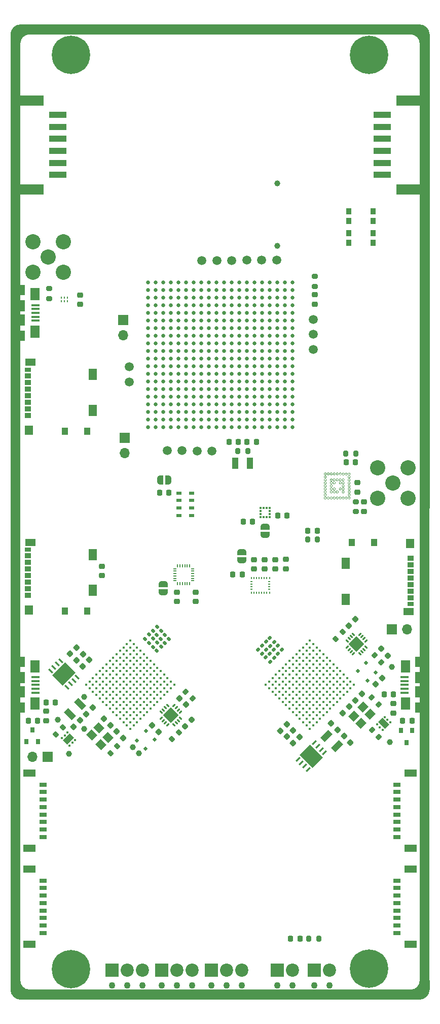
<source format=gbr>
%TF.GenerationSoftware,KiCad,Pcbnew,6.0.2*%
%TF.CreationDate,2022-02-16T12:43:48-06:00*%
%TF.ProjectId,FCB,4643422e-6b69-4636-9164-5f7063625858,A*%
%TF.SameCoordinates,Original*%
%TF.FileFunction,Soldermask,Top*%
%TF.FilePolarity,Negative*%
%FSLAX46Y46*%
G04 Gerber Fmt 4.6, Leading zero omitted, Abs format (unit mm)*
G04 Created by KiCad (PCBNEW 6.0.2) date 2022-02-16 12:43:48*
%MOMM*%
%LPD*%
G01*
G04 APERTURE LIST*
G04 Aperture macros list*
%AMRoundRect*
0 Rectangle with rounded corners*
0 $1 Rounding radius*
0 $2 $3 $4 $5 $6 $7 $8 $9 X,Y pos of 4 corners*
0 Add a 4 corners polygon primitive as box body*
4,1,4,$2,$3,$4,$5,$6,$7,$8,$9,$2,$3,0*
0 Add four circle primitives for the rounded corners*
1,1,$1+$1,$2,$3*
1,1,$1+$1,$4,$5*
1,1,$1+$1,$6,$7*
1,1,$1+$1,$8,$9*
0 Add four rect primitives between the rounded corners*
20,1,$1+$1,$2,$3,$4,$5,0*
20,1,$1+$1,$4,$5,$6,$7,0*
20,1,$1+$1,$6,$7,$8,$9,0*
20,1,$1+$1,$8,$9,$2,$3,0*%
%AMRotRect*
0 Rectangle, with rotation*
0 The origin of the aperture is its center*
0 $1 length*
0 $2 width*
0 $3 Rotation angle, in degrees counterclockwise*
0 Add horizontal line*
21,1,$1,$2,0,0,$3*%
%AMFreePoly0*
4,1,22,0.500000,-0.750000,0.000000,-0.750000,0.000000,-0.745033,-0.079941,-0.743568,-0.215256,-0.701293,-0.333266,-0.622738,-0.424486,-0.514219,-0.481581,-0.384460,-0.499164,-0.250000,-0.500000,-0.250000,-0.500000,0.250000,-0.499164,0.250000,-0.499963,0.256109,-0.478152,0.396186,-0.417904,0.524511,-0.324060,0.630769,-0.204165,0.706417,-0.067858,0.745374,0.000000,0.744959,0.000000,0.750000,
0.500000,0.750000,0.500000,-0.750000,0.500000,-0.750000,$1*%
%AMFreePoly1*
4,1,20,0.000000,0.744959,0.073905,0.744508,0.209726,0.703889,0.328688,0.626782,0.421226,0.519385,0.479903,0.390333,0.500000,0.250000,0.500000,-0.250000,0.499851,-0.262216,0.476331,-0.402017,0.414519,-0.529596,0.319384,-0.634700,0.198574,-0.708877,0.061801,-0.746166,0.000000,-0.745033,0.000000,-0.750000,-0.500000,-0.750000,-0.500000,0.750000,0.000000,0.750000,0.000000,0.744959,
0.000000,0.744959,$1*%
G04 Aperture macros list end*
%ADD10C,0.150000*%
%ADD11C,0.100000*%
%ADD12R,2.150000X1.300000*%
%ADD13R,1.200000X0.800000*%
%ADD14C,1.000000*%
%ADD15C,1.500000*%
%ADD16R,0.900000X1.000000*%
%ADD17O,1.700000X1.700000*%
%ADD18R,1.700000X1.700000*%
%ADD19RoundRect,0.326200X0.000000X0.000000X0.000000X0.000000X0.000000X0.000000X0.000000X0.000000X0*%
%ADD20RoundRect,0.326200X0.000000X0.000000X0.000000X0.000000X0.000000X0.000000X0.000000X0.000000X0*%
%ADD21RoundRect,0.147500X-0.017678X0.226274X-0.226274X0.017678X0.017678X-0.226274X0.226274X-0.017678X0*%
%ADD22RoundRect,0.135000X-0.226274X-0.035355X-0.035355X-0.226274X0.226274X0.035355X0.035355X0.226274X0*%
%ADD23RoundRect,0.135000X-0.035355X0.226274X-0.226274X0.035355X0.035355X-0.226274X0.226274X-0.035355X0*%
%ADD24RoundRect,0.147500X-0.226274X-0.017678X-0.017678X-0.226274X0.226274X0.017678X0.017678X0.226274X0*%
%ADD25R,1.100000X0.850000*%
%ADD26R,1.100000X0.750000*%
%ADD27R,1.800000X1.170000*%
%ADD28R,1.350000X1.900000*%
%ADD29R,1.000000X1.200000*%
%ADD30R,1.350000X1.550000*%
%ADD31RotRect,0.500000X0.500000X225.000000*%
%ADD32RoundRect,0.200000X-0.200000X-0.275000X0.200000X-0.275000X0.200000X0.275000X-0.200000X0.275000X0*%
%ADD33RoundRect,0.218750X-0.218750X-0.256250X0.218750X-0.256250X0.218750X0.256250X-0.218750X0.256250X0*%
%ADD34R,2.200000X2.200000*%
%ADD35C,1.100000*%
%ADD36C,2.200000*%
%ADD37RoundRect,0.200000X0.335876X0.053033X0.053033X0.335876X-0.335876X-0.053033X-0.053033X-0.335876X0*%
%ADD38RoundRect,0.200000X-0.053033X0.335876X-0.335876X0.053033X0.053033X-0.335876X0.335876X-0.053033X0*%
%ADD39RoundRect,0.218750X0.026517X-0.335876X0.335876X-0.026517X-0.026517X0.335876X-0.335876X0.026517X0*%
%ADD40RoundRect,0.225000X-0.250000X0.225000X-0.250000X-0.225000X0.250000X-0.225000X0.250000X0.225000X0*%
%ADD41RoundRect,0.225000X-0.335876X-0.017678X-0.017678X-0.335876X0.335876X0.017678X0.017678X0.335876X0*%
%ADD42RoundRect,0.225000X0.250000X-0.225000X0.250000X0.225000X-0.250000X0.225000X-0.250000X-0.225000X0*%
%ADD43RoundRect,0.225000X-0.225000X-0.250000X0.225000X-0.250000X0.225000X0.250000X-0.225000X0.250000X0*%
%ADD44RoundRect,0.225000X0.225000X0.250000X-0.225000X0.250000X-0.225000X-0.250000X0.225000X-0.250000X0*%
%ADD45RoundRect,0.062500X0.150260X0.238649X-0.238649X-0.150260X-0.150260X-0.238649X0.238649X0.150260X0*%
%ADD46RoundRect,0.062500X-0.150260X0.238649X-0.238649X0.150260X0.150260X-0.238649X0.238649X-0.150260X0*%
%ADD47RotRect,1.900000X1.900000X225.000000*%
%ADD48RoundRect,0.200000X0.053033X-0.335876X0.335876X-0.053033X-0.053033X0.335876X-0.335876X0.053033X0*%
%ADD49RoundRect,0.218750X0.256250X-0.218750X0.256250X0.218750X-0.256250X0.218750X-0.256250X-0.218750X0*%
%ADD50RotRect,1.000000X1.800000X45.000000*%
%ADD51RoundRect,0.225000X0.335876X0.017678X0.017678X0.335876X-0.335876X-0.017678X-0.017678X-0.335876X0*%
%ADD52RotRect,1.400000X1.200000X315.000000*%
%ADD53RotRect,0.500000X0.500000X135.000000*%
%ADD54C,2.540000*%
%ADD55R,3.000000X1.000000*%
%ADD56R,4.000000X1.800000*%
%ADD57RotRect,1.000000X1.800000X135.000000*%
%ADD58RotRect,1.400000X1.200000X45.000000*%
%ADD59R,1.100000X1.900000*%
%ADD60RoundRect,0.093750X0.141421X0.008839X0.008839X0.141421X-0.141421X-0.008839X-0.008839X-0.141421X0*%
%ADD61RotRect,1.000000X1.600000X135.000000*%
%ADD62RotRect,2.400000X3.100000X315.000000*%
%ADD63RotRect,0.350000X0.850000X45.000000*%
%ADD64C,0.400000*%
%ADD65RoundRect,0.093750X-0.008839X0.141421X-0.141421X0.008839X0.008839X-0.141421X0.141421X-0.008839X0*%
%ADD66RotRect,1.000000X1.600000X225.000000*%
%ADD67RotRect,2.400000X3.100000X45.000000*%
%ADD68RotRect,0.350000X0.850000X135.000000*%
%ADD69RoundRect,0.062500X-0.238649X0.150260X0.150260X-0.238649X0.238649X-0.150260X-0.150260X0.238649X0*%
%ADD70RoundRect,0.062500X-0.238649X-0.150260X-0.150260X-0.238649X0.238649X0.150260X0.150260X0.238649X0*%
%ADD71RotRect,1.900000X1.900000X315.000000*%
%ADD72RoundRect,0.050000X-0.225000X-0.050000X0.225000X-0.050000X0.225000X0.050000X-0.225000X0.050000X0*%
%ADD73RoundRect,0.050000X0.050000X-0.225000X0.050000X0.225000X-0.050000X0.225000X-0.050000X-0.225000X0*%
%ADD74RoundRect,0.200000X0.275000X-0.200000X0.275000X0.200000X-0.275000X0.200000X-0.275000X-0.200000X0*%
%ADD75RoundRect,0.200000X0.200000X0.275000X-0.200000X0.275000X-0.200000X-0.275000X0.200000X-0.275000X0*%
%ADD76RoundRect,0.200000X-0.275000X0.200000X-0.275000X-0.200000X0.275000X-0.200000X0.275000X0.200000X0*%
%ADD77R,0.800000X0.900000*%
%ADD78RoundRect,0.218750X0.218750X0.256250X-0.218750X0.256250X-0.218750X-0.256250X0.218750X-0.256250X0*%
%ADD79FreePoly0,270.000000*%
%ADD80FreePoly1,270.000000*%
%ADD81FreePoly0,0.000000*%
%ADD82FreePoly1,0.000000*%
%ADD83FreePoly0,90.000000*%
%ADD84FreePoly1,90.000000*%
%ADD85R,1.900000X1.900000*%
%ADD86R,1.900000X1.800000*%
%ADD87R,1.600000X2.100000*%
%ADD88R,1.350000X0.400000*%
%ADD89R,0.200000X0.350000*%
%ADD90R,0.200000X0.300000*%
%ADD91RoundRect,0.218750X-0.256250X0.218750X-0.256250X-0.218750X0.256250X-0.218750X0.256250X0.218750X0*%
%ADD92RoundRect,0.218750X0.335876X0.026517X0.026517X0.335876X-0.335876X-0.026517X-0.026517X-0.335876X0*%
%ADD93RoundRect,0.225000X0.017678X-0.335876X0.335876X-0.017678X-0.017678X0.335876X-0.335876X0.017678X0*%
%ADD94RoundRect,0.225000X-0.017678X0.335876X-0.335876X0.017678X0.017678X-0.335876X0.335876X-0.017678X0*%
%ADD95R,0.950000X0.550000*%
%ADD96R,0.375000X0.350000*%
%ADD97R,0.350000X0.375000*%
%ADD98R,0.230000X0.350000*%
%ADD99R,0.350000X0.230000*%
%ADD100C,0.800000*%
%ADD101C,6.400000*%
G04 APERTURE END LIST*
D10*
X238300000Y-227400000D02*
X173100000Y-227400000D01*
X173100000Y-227400000D02*
X173100000Y-225900000D01*
X173100000Y-225900000D02*
X238300000Y-225900000D01*
X238300000Y-225900000D02*
X238300000Y-227400000D01*
G36*
X238300000Y-227400000D02*
G01*
X173100000Y-227400000D01*
X173100000Y-225900000D01*
X238300000Y-225900000D01*
X238300000Y-227400000D01*
G37*
X238300000Y-227400000D02*
X173100000Y-227400000D01*
X173100000Y-225900000D01*
X238300000Y-225900000D01*
X238300000Y-227400000D01*
X171500000Y-224300000D02*
G75*
G03*
X173100000Y-225900000I1600000J0D01*
G01*
X171500000Y-224400000D02*
X171600000Y-224900000D01*
X171600000Y-224900000D02*
X171800000Y-225300000D01*
X171800000Y-225300000D02*
X172100000Y-225600000D01*
X172100000Y-225600000D02*
X172500000Y-225800000D01*
X172500000Y-225800000D02*
X173100000Y-225900000D01*
X173100000Y-225900000D02*
X173100000Y-227400000D01*
X173100000Y-227400000D02*
X171600000Y-227400000D01*
X171600000Y-227400000D02*
X171200000Y-227300000D01*
X171200000Y-227300000D02*
X170800000Y-227100000D01*
X170800000Y-227100000D02*
X170400000Y-226800000D01*
X170400000Y-226800000D02*
X170100000Y-226200000D01*
X170100000Y-226200000D02*
X170000000Y-225800000D01*
X170000000Y-225800000D02*
X170000000Y-224400000D01*
X170000000Y-224400000D02*
X171500000Y-224400000D01*
G36*
X171600000Y-224900000D02*
G01*
X171800000Y-225300000D01*
X172100000Y-225600000D01*
X172500000Y-225800000D01*
X173100000Y-225900000D01*
X173100000Y-227400000D01*
X171600000Y-227400000D01*
X171200000Y-227300000D01*
X170800000Y-227100000D01*
X170400000Y-226800000D01*
X170100000Y-226200000D01*
X170000000Y-225800000D01*
X170000000Y-224400000D01*
X171500000Y-224400000D01*
X171600000Y-224900000D01*
G37*
X171600000Y-224900000D02*
X171800000Y-225300000D01*
X172100000Y-225600000D01*
X172500000Y-225800000D01*
X173100000Y-225900000D01*
X173100000Y-227400000D01*
X171600000Y-227400000D01*
X171200000Y-227300000D01*
X170800000Y-227100000D01*
X170400000Y-226800000D01*
X170100000Y-226200000D01*
X170000000Y-225800000D01*
X170000000Y-224400000D01*
X171500000Y-224400000D01*
X171600000Y-224900000D01*
X238300000Y-66500000D02*
X171600000Y-66500000D01*
X171600000Y-66500000D02*
X171600000Y-65000000D01*
X171600000Y-65000000D02*
X238300000Y-65000000D01*
X238300000Y-65000000D02*
X238300000Y-66500000D01*
G36*
X238300000Y-66500000D02*
G01*
X171600000Y-66500000D01*
X171600000Y-65000000D01*
X238300000Y-65000000D01*
X238300000Y-66500000D01*
G37*
X238300000Y-66500000D02*
X171600000Y-66500000D01*
X171600000Y-65000000D01*
X238300000Y-65000000D01*
X238300000Y-66500000D01*
X239850000Y-66600000D02*
G75*
G03*
X238250000Y-65000000I-1600000J0D01*
G01*
D11*
X236850000Y-66500000D02*
X237350000Y-66600000D01*
X237350000Y-66600000D02*
X237750000Y-66800000D01*
X237750000Y-66800000D02*
X238050000Y-67100000D01*
X238050000Y-67100000D02*
X238250000Y-67500000D01*
X238250000Y-67500000D02*
X238350000Y-68100000D01*
X238350000Y-68100000D02*
X239850000Y-68100000D01*
X239850000Y-68100000D02*
X239850000Y-66600000D01*
X239850000Y-66600000D02*
X239750000Y-66200000D01*
X239750000Y-66200000D02*
X239550000Y-65800000D01*
X239550000Y-65800000D02*
X239250000Y-65400000D01*
X239250000Y-65400000D02*
X238650000Y-65100000D01*
X238650000Y-65100000D02*
X238250000Y-65000000D01*
X238250000Y-65000000D02*
X236850000Y-65000000D01*
X236850000Y-65000000D02*
X236850000Y-66500000D01*
G36*
X238650000Y-65100000D02*
G01*
X239250000Y-65400000D01*
X239550000Y-65800000D01*
X239750000Y-66200000D01*
X239850000Y-66600000D01*
X239850000Y-68100000D01*
X238350000Y-68100000D01*
X238250000Y-67500000D01*
X238050000Y-67100000D01*
X237750000Y-66800000D01*
X237350000Y-66600000D01*
X236850000Y-66500000D01*
X236850000Y-65000000D01*
X238250000Y-65000000D01*
X238650000Y-65100000D01*
G37*
X238650000Y-65100000D02*
X239250000Y-65400000D01*
X239550000Y-65800000D01*
X239750000Y-66200000D01*
X239850000Y-66600000D01*
X239850000Y-68100000D01*
X238350000Y-68100000D01*
X238250000Y-67500000D01*
X238050000Y-67100000D01*
X237750000Y-66800000D01*
X237350000Y-66600000D01*
X236850000Y-66500000D01*
X236850000Y-65000000D01*
X238250000Y-65000000D01*
X238650000Y-65100000D01*
D10*
X173000000Y-66500000D02*
X172500000Y-66600000D01*
X172500000Y-66600000D02*
X172100000Y-66800000D01*
X172100000Y-66800000D02*
X171800000Y-67100000D01*
X171800000Y-67100000D02*
X171600000Y-67500000D01*
X171600000Y-67500000D02*
X171500000Y-68100000D01*
X171500000Y-68100000D02*
X170000000Y-68100000D01*
X170000000Y-68100000D02*
X170000000Y-66600000D01*
X170000000Y-66600000D02*
X170100000Y-66200000D01*
X170100000Y-66200000D02*
X170300000Y-65800000D01*
X170300000Y-65800000D02*
X170600000Y-65400000D01*
X170600000Y-65400000D02*
X171200000Y-65100000D01*
X171200000Y-65100000D02*
X171600000Y-65000000D01*
X171600000Y-65000000D02*
X173000000Y-65000000D01*
X173000000Y-65000000D02*
X173000000Y-66500000D01*
G36*
X173000000Y-66500000D02*
G01*
X172500000Y-66600000D01*
X172100000Y-66800000D01*
X171800000Y-67100000D01*
X171600000Y-67500000D01*
X171500000Y-68100000D01*
X170000000Y-68100000D01*
X170000000Y-66600000D01*
X170100000Y-66200000D01*
X170300000Y-65800000D01*
X170600000Y-65400000D01*
X171200000Y-65100000D01*
X171600000Y-65000000D01*
X173000000Y-65000000D01*
X173000000Y-66500000D01*
G37*
X173000000Y-66500000D02*
X172500000Y-66600000D01*
X172100000Y-66800000D01*
X171800000Y-67100000D01*
X171600000Y-67500000D01*
X171500000Y-68100000D01*
X170000000Y-68100000D01*
X170000000Y-66600000D01*
X170100000Y-66200000D01*
X170300000Y-65800000D01*
X170600000Y-65400000D01*
X171200000Y-65100000D01*
X171600000Y-65000000D01*
X173000000Y-65000000D01*
X173000000Y-66500000D01*
X171500000Y-225800000D02*
X170000000Y-225800000D01*
X170000000Y-225800000D02*
X170000000Y-66600000D01*
X170000000Y-66600000D02*
X171500000Y-66600000D01*
X171500000Y-66600000D02*
X171500000Y-225800000D01*
G36*
X171500000Y-225800000D02*
G01*
X170000000Y-225800000D01*
X170000000Y-66600000D01*
X171500000Y-66600000D01*
X171500000Y-225800000D01*
G37*
X171500000Y-225800000D02*
X170000000Y-225800000D01*
X170000000Y-66600000D01*
X171500000Y-66600000D01*
X171500000Y-225800000D01*
X238350000Y-68100000D02*
G75*
G03*
X236750000Y-66500000I-1600000J0D01*
G01*
X238250000Y-227400000D02*
G75*
G03*
X239850000Y-225800000I0J1600000D01*
G01*
X236850000Y-225900000D02*
X237350000Y-225800000D01*
X237350000Y-225800000D02*
X237750000Y-225600000D01*
X237750000Y-225600000D02*
X238050000Y-225300000D01*
X238050000Y-225300000D02*
X238250000Y-224900000D01*
X238250000Y-224900000D02*
X238350000Y-224300000D01*
X238350000Y-224300000D02*
X239850000Y-224300000D01*
X239850000Y-224300000D02*
X239850000Y-225800000D01*
X239850000Y-225800000D02*
X239750000Y-226200000D01*
X239750000Y-226200000D02*
X239550000Y-226600000D01*
X239550000Y-226600000D02*
X239250000Y-227000000D01*
X239250000Y-227000000D02*
X238650000Y-227300000D01*
X238650000Y-227300000D02*
X238250000Y-227400000D01*
X238250000Y-227400000D02*
X236850000Y-227400000D01*
X236850000Y-227400000D02*
X236850000Y-225900000D01*
G36*
X239850000Y-225800000D02*
G01*
X239750000Y-226200000D01*
X239550000Y-226600000D01*
X239250000Y-227000000D01*
X238650000Y-227300000D01*
X238250000Y-227400000D01*
X236850000Y-227400000D01*
X236850000Y-225900000D01*
X237350000Y-225800000D01*
X237750000Y-225600000D01*
X238050000Y-225300000D01*
X238250000Y-224900000D01*
X238350000Y-224300000D01*
X239850000Y-224300000D01*
X239850000Y-225800000D01*
G37*
X239850000Y-225800000D02*
X239750000Y-226200000D01*
X239550000Y-226600000D01*
X239250000Y-227000000D01*
X238650000Y-227300000D01*
X238250000Y-227400000D01*
X236850000Y-227400000D01*
X236850000Y-225900000D01*
X237350000Y-225800000D01*
X237750000Y-225600000D01*
X238050000Y-225300000D01*
X238250000Y-224900000D01*
X238350000Y-224300000D01*
X239850000Y-224300000D01*
X239850000Y-225800000D01*
X170000000Y-225800000D02*
G75*
G03*
X171600000Y-227400000I1600000J0D01*
G01*
X239822400Y-225800000D02*
X238322400Y-225800000D01*
X238322400Y-225800000D02*
X238350000Y-66600000D01*
X238350000Y-66600000D02*
X239850000Y-66600000D01*
X239850000Y-66600000D02*
X239822400Y-225800000D01*
G36*
X239822400Y-225800000D02*
G01*
X238322400Y-225800000D01*
X238350000Y-66600000D01*
X239850000Y-66600000D01*
X239822400Y-225800000D01*
G37*
X239822400Y-225800000D02*
X238322400Y-225800000D01*
X238350000Y-66600000D01*
X239850000Y-66600000D01*
X239822400Y-225800000D01*
X236750000Y-225900000D02*
G75*
G03*
X238350000Y-224300000I0J1600000D01*
G01*
X173100000Y-66500000D02*
G75*
G03*
X171500000Y-68100000I0J-1600000D01*
G01*
X171600000Y-65000000D02*
G75*
G03*
X170000000Y-66600000I0J-1600000D01*
G01*
D11*
%TO.C,U601*%
X226685000Y-143850000D02*
G75*
G03*
X226685000Y-143850000I-185000J0D01*
G01*
X226185000Y-143850000D02*
G75*
G03*
X226185000Y-143850000I-185000J0D01*
G01*
X225685000Y-143850000D02*
G75*
G03*
X225685000Y-143850000I-185000J0D01*
G01*
X225185000Y-143850000D02*
G75*
G03*
X225185000Y-143850000I-185000J0D01*
G01*
X224685000Y-143850000D02*
G75*
G03*
X224685000Y-143850000I-185000J0D01*
G01*
X224185000Y-143850000D02*
G75*
G03*
X224185000Y-143850000I-185000J0D01*
G01*
X223685000Y-143850000D02*
G75*
G03*
X223685000Y-143850000I-185000J0D01*
G01*
X223185000Y-143850000D02*
G75*
G03*
X223185000Y-143850000I-185000J0D01*
G01*
X226685000Y-143350000D02*
G75*
G03*
X226685000Y-143350000I-185000J0D01*
G01*
X226685000Y-142850000D02*
G75*
G03*
X226685000Y-142850000I-185000J0D01*
G01*
X226685000Y-142350000D02*
G75*
G03*
X226685000Y-142350000I-185000J0D01*
G01*
X226685000Y-141850000D02*
G75*
G03*
X226685000Y-141850000I-185000J0D01*
G01*
X226685000Y-141350000D02*
G75*
G03*
X226685000Y-141350000I-185000J0D01*
G01*
X226685000Y-140850000D02*
G75*
G03*
X226685000Y-140850000I-185000J0D01*
G01*
X226685000Y-140350000D02*
G75*
G03*
X226685000Y-140350000I-185000J0D01*
G01*
X226685000Y-139850000D02*
G75*
G03*
X226685000Y-139850000I-185000J0D01*
G01*
X226185000Y-139850000D02*
G75*
G03*
X226185000Y-139850000I-185000J0D01*
G01*
X225685000Y-139850000D02*
G75*
G03*
X225685000Y-139850000I-185000J0D01*
G01*
X225185000Y-139850000D02*
G75*
G03*
X225185000Y-139850000I-185000J0D01*
G01*
X224685000Y-139850000D02*
G75*
G03*
X224685000Y-139850000I-185000J0D01*
G01*
X224185000Y-139850000D02*
G75*
G03*
X224185000Y-139850000I-185000J0D01*
G01*
X223685000Y-139850000D02*
G75*
G03*
X223685000Y-139850000I-185000J0D01*
G01*
X223185000Y-139850000D02*
G75*
G03*
X223185000Y-139850000I-185000J0D01*
G01*
X222685000Y-139850000D02*
G75*
G03*
X222685000Y-139850000I-185000J0D01*
G01*
X222685000Y-140350000D02*
G75*
G03*
X222685000Y-140350000I-185000J0D01*
G01*
X222685000Y-140850000D02*
G75*
G03*
X222685000Y-140850000I-185000J0D01*
G01*
X222685000Y-141350000D02*
G75*
G03*
X222685000Y-141350000I-185000J0D01*
G01*
X222685000Y-141850000D02*
G75*
G03*
X222685000Y-141850000I-185000J0D01*
G01*
X222685000Y-142350000D02*
G75*
G03*
X222685000Y-142350000I-185000J0D01*
G01*
X222685000Y-142850000D02*
G75*
G03*
X222685000Y-142850000I-185000J0D01*
G01*
X222685000Y-143350000D02*
G75*
G03*
X222685000Y-143350000I-185000J0D01*
G01*
X222685000Y-143850000D02*
G75*
G03*
X222685000Y-143850000I-185000J0D01*
G01*
X225685000Y-140850000D02*
G75*
G03*
X225685000Y-140850000I-185000J0D01*
G01*
X225185000Y-140850000D02*
G75*
G03*
X225185000Y-140850000I-185000J0D01*
G01*
X224685000Y-140850000D02*
G75*
G03*
X224685000Y-140850000I-185000J0D01*
G01*
X224185000Y-140850000D02*
G75*
G03*
X224185000Y-140850000I-185000J0D01*
G01*
X223685000Y-140850000D02*
G75*
G03*
X223685000Y-140850000I-185000J0D01*
G01*
X225685000Y-141350000D02*
G75*
G03*
X225685000Y-141350000I-185000J0D01*
G01*
X225185000Y-141350000D02*
G75*
G03*
X225185000Y-141350000I-185000J0D01*
G01*
X224185000Y-141350000D02*
G75*
G03*
X224185000Y-141350000I-185000J0D01*
G01*
X223685000Y-141350000D02*
G75*
G03*
X223685000Y-141350000I-185000J0D01*
G01*
X225685000Y-141850000D02*
G75*
G03*
X225685000Y-141850000I-185000J0D01*
G01*
X223685000Y-141850000D02*
G75*
G03*
X223685000Y-141850000I-185000J0D01*
G01*
X225685000Y-142350000D02*
G75*
G03*
X225685000Y-142350000I-185000J0D01*
G01*
X225185000Y-142350000D02*
G75*
G03*
X225185000Y-142350000I-185000J0D01*
G01*
X224185000Y-142350000D02*
G75*
G03*
X224185000Y-142350000I-185000J0D01*
G01*
X223685000Y-142350000D02*
G75*
G03*
X223685000Y-142350000I-185000J0D01*
G01*
X225685000Y-142850000D02*
G75*
G03*
X225685000Y-142850000I-185000J0D01*
G01*
X224685000Y-142850000D02*
G75*
G03*
X224685000Y-142850000I-185000J0D01*
G01*
X224185000Y-142850000D02*
G75*
G03*
X224185000Y-142850000I-185000J0D01*
G01*
X223685000Y-142850000D02*
G75*
G03*
X223685000Y-142850000I-185000J0D01*
G01*
%TD*%
D12*
%TO.C,J104*%
X236745000Y-202275000D03*
X236745000Y-189725000D03*
D13*
X234450000Y-191625000D03*
X234450000Y-192875000D03*
X234450000Y-194125000D03*
X234450000Y-195375000D03*
X234450000Y-196625000D03*
X234450000Y-197875000D03*
X234450000Y-199125000D03*
X234450000Y-200375000D03*
%TD*%
D12*
%TO.C,J103*%
X236745000Y-218275000D03*
X236745000Y-205725000D03*
D13*
X234450000Y-207625000D03*
X234450000Y-208875000D03*
X234450000Y-210125000D03*
X234450000Y-211375000D03*
X234450000Y-212625000D03*
X234450000Y-213875000D03*
X234450000Y-215125000D03*
X234450000Y-216375000D03*
%TD*%
D12*
%TO.C,J102*%
X173055000Y-205725000D03*
X173055000Y-218275000D03*
D13*
X175350000Y-216375000D03*
X175350000Y-215125000D03*
X175350000Y-213875000D03*
X175350000Y-212625000D03*
X175350000Y-211375000D03*
X175350000Y-210125000D03*
X175350000Y-208875000D03*
X175350000Y-207625000D03*
%TD*%
D12*
%TO.C,J101*%
X173055000Y-189725000D03*
X173055000Y-202275000D03*
D13*
X175350000Y-200375000D03*
X175350000Y-199125000D03*
X175350000Y-197875000D03*
X175350000Y-196625000D03*
X175350000Y-195375000D03*
X175350000Y-194125000D03*
X175350000Y-192875000D03*
X175350000Y-191625000D03*
%TD*%
D14*
%TO.C,TP508*%
X179700000Y-186460000D03*
%TD*%
%TO.C,TP507*%
X177800000Y-180840000D03*
%TD*%
%TO.C,TP506*%
X182192000Y-177014000D03*
%TD*%
%TO.C,TP505*%
X182192000Y-182348000D03*
%TD*%
%TO.C,TP503*%
X190320000Y-185396000D03*
%TD*%
%TO.C,TP502*%
X191336000Y-186412000D03*
%TD*%
D15*
%TO.C,TP18*%
X214410000Y-104200000D03*
%TD*%
D16*
%TO.C,SW502*%
X226430000Y-99720000D03*
X226430000Y-101320000D03*
X230530000Y-99720000D03*
X230530000Y-101320000D03*
%TD*%
%TO.C,SW501*%
X230530000Y-97650000D03*
X230530000Y-96050000D03*
X226430000Y-97650000D03*
X226430000Y-96050000D03*
%TD*%
D17*
%TO.C,J6*%
X188720000Y-116720000D03*
D18*
X188720000Y-114180000D03*
%TD*%
D17*
%TO.C,J4*%
X189030000Y-136380000D03*
D18*
X189030000Y-133840000D03*
%TD*%
D19*
%TO.C,U401*%
X204290000Y-119365000D03*
X204290000Y-120635000D03*
X205560000Y-120635000D03*
X205560000Y-119365000D03*
X205560000Y-118095000D03*
X205560000Y-121905000D03*
X205560000Y-116825000D03*
X205560000Y-123175000D03*
X205560000Y-115555000D03*
X205560000Y-124445000D03*
X205560000Y-114285000D03*
X205560000Y-125715000D03*
X205560000Y-113015000D03*
X205560000Y-126985000D03*
D20*
X205560000Y-111745000D03*
D19*
X205560000Y-128255000D03*
D20*
X205560000Y-110475000D03*
D19*
X205560000Y-129525000D03*
D20*
X205560000Y-109205000D03*
D19*
X205560000Y-130795000D03*
D20*
X205560000Y-107935000D03*
D19*
X205560000Y-132065000D03*
X204290000Y-132065000D03*
X204290000Y-130795000D03*
X204290000Y-129525000D03*
X204290000Y-128255000D03*
X204290000Y-126985000D03*
X204290000Y-125715000D03*
X204290000Y-124445000D03*
X204290000Y-123175000D03*
X204290000Y-121905000D03*
X204290000Y-118095000D03*
X204290000Y-116825000D03*
X204290000Y-115555000D03*
X204290000Y-114285000D03*
X204290000Y-113015000D03*
D20*
X204290000Y-111745000D03*
X204290000Y-110475000D03*
X204290000Y-109205000D03*
X204290000Y-107935000D03*
D19*
X206830000Y-119365000D03*
X203020000Y-119365000D03*
X208100000Y-119365000D03*
X201750000Y-119365000D03*
X209370000Y-119365000D03*
X200480000Y-119365000D03*
X210640000Y-119365000D03*
X199210000Y-119365000D03*
X211910000Y-119365000D03*
X197940000Y-119365000D03*
X213180000Y-119365000D03*
X196670000Y-119365000D03*
X195400000Y-119365000D03*
X214450000Y-119365000D03*
X194130000Y-119365000D03*
X215720000Y-119365000D03*
X216990000Y-119365000D03*
X192860000Y-119365000D03*
X216990000Y-120635000D03*
X215720000Y-120635000D03*
X214450000Y-120635000D03*
X213180000Y-120635000D03*
X211910000Y-120635000D03*
X210640000Y-120635000D03*
X209370000Y-120635000D03*
X208100000Y-120635000D03*
X206830000Y-120635000D03*
X203020000Y-120635000D03*
X201750000Y-120635000D03*
X200480000Y-120635000D03*
X199210000Y-120635000D03*
X197940000Y-120635000D03*
X196670000Y-120635000D03*
X195400000Y-120635000D03*
X194130000Y-120635000D03*
X192860000Y-120635000D03*
X192860000Y-121905000D03*
X194130000Y-121905000D03*
X195400000Y-121905000D03*
X196670000Y-121905000D03*
X197940000Y-121905000D03*
X199210000Y-121905000D03*
X200480000Y-121905000D03*
X201750000Y-121905000D03*
X203020000Y-121905000D03*
X206830000Y-121905000D03*
X208100000Y-121905000D03*
X209370000Y-121905000D03*
X210640000Y-121905000D03*
X211910000Y-121905000D03*
X213180000Y-121905000D03*
X214450000Y-121905000D03*
X215720000Y-121905000D03*
X216990000Y-121905000D03*
X216990000Y-118095000D03*
X215720000Y-118095000D03*
X214450000Y-118095000D03*
X213180000Y-118095000D03*
X211910000Y-118095000D03*
X210640000Y-118095000D03*
X209370000Y-118095000D03*
X208100000Y-118095000D03*
X206830000Y-118095000D03*
X203020000Y-118095000D03*
X201750000Y-118095000D03*
X200480000Y-118095000D03*
X199210000Y-118095000D03*
X197940000Y-118095000D03*
X196670000Y-118095000D03*
X195400000Y-118095000D03*
X194130000Y-118095000D03*
X192860000Y-118095000D03*
X192860000Y-116825000D03*
X194130000Y-116825000D03*
X195400000Y-116825000D03*
X196670000Y-116825000D03*
X197940000Y-116825000D03*
X199210000Y-116825000D03*
X200480000Y-116825000D03*
X201750000Y-116825000D03*
X203020000Y-116825000D03*
X206830000Y-116825000D03*
X208100000Y-116825000D03*
X209370000Y-116825000D03*
X210640000Y-116825000D03*
X211910000Y-116825000D03*
X213180000Y-116825000D03*
X214450000Y-116825000D03*
X215720000Y-116825000D03*
X216990000Y-116825000D03*
X216990000Y-123175000D03*
X215720000Y-123175000D03*
X214450000Y-123175000D03*
X213180000Y-123175000D03*
X211910000Y-123175000D03*
X210640000Y-123175000D03*
X209370000Y-123175000D03*
X208100000Y-123175000D03*
X206830000Y-123175000D03*
X203020000Y-123175000D03*
X201750000Y-123175000D03*
X200480000Y-123175000D03*
X199210000Y-123175000D03*
X197940000Y-123175000D03*
X196670000Y-123175000D03*
X195400000Y-123175000D03*
X194130000Y-123175000D03*
X192860000Y-123175000D03*
X192860000Y-124445000D03*
X194130000Y-124445000D03*
X195400000Y-124445000D03*
X196670000Y-124445000D03*
X197940000Y-124445000D03*
X199210000Y-124445000D03*
X200480000Y-124445000D03*
X201750000Y-124445000D03*
X203020000Y-124445000D03*
X206830000Y-124445000D03*
X208100000Y-124445000D03*
X209370000Y-124445000D03*
X210640000Y-124445000D03*
X211910000Y-124445000D03*
X213180000Y-124445000D03*
X214450000Y-124445000D03*
X215720000Y-124445000D03*
X216990000Y-124445000D03*
X216990000Y-125715000D03*
X215720000Y-125715000D03*
X214450000Y-125715000D03*
X213180000Y-125715000D03*
X211910000Y-125715000D03*
X210640000Y-125715000D03*
X209370000Y-125715000D03*
X208100000Y-125715000D03*
X206830000Y-125715000D03*
X203020000Y-125715000D03*
X201750000Y-125715000D03*
X200480000Y-125715000D03*
X199210000Y-125715000D03*
X197940000Y-125715000D03*
X196670000Y-125715000D03*
X195400000Y-125715000D03*
X194130000Y-125715000D03*
X192860000Y-125715000D03*
X192860000Y-126985000D03*
X194130000Y-126985000D03*
X195400000Y-126985000D03*
X196670000Y-126985000D03*
X197940000Y-126985000D03*
X199210000Y-126985000D03*
X200480000Y-126985000D03*
X201750000Y-126985000D03*
X203020000Y-126985000D03*
X206830000Y-126985000D03*
X208100000Y-126985000D03*
X209370000Y-126985000D03*
X210640000Y-126985000D03*
X211910000Y-126985000D03*
X213180000Y-126985000D03*
X214450000Y-126985000D03*
X215720000Y-126985000D03*
X216990000Y-126985000D03*
X216990000Y-128255000D03*
X215720000Y-128255000D03*
X214450000Y-128255000D03*
X213180000Y-128255000D03*
X211910000Y-128255000D03*
X210640000Y-128255000D03*
X209370000Y-128255000D03*
X208100000Y-128255000D03*
X206830000Y-128255000D03*
X203020000Y-128255000D03*
X201750000Y-128255000D03*
X200480000Y-128255000D03*
X199210000Y-128255000D03*
X197940000Y-128255000D03*
X196670000Y-128255000D03*
X195400000Y-128255000D03*
X194130000Y-128255000D03*
X192860000Y-128255000D03*
X192860000Y-129525000D03*
X194130000Y-129525000D03*
X195400000Y-129525000D03*
X196670000Y-129525000D03*
X197940000Y-129525000D03*
X199210000Y-129525000D03*
X200480000Y-129525000D03*
X201750000Y-129525000D03*
X203020000Y-129525000D03*
X206830000Y-129525000D03*
X208100000Y-129525000D03*
X209370000Y-129525000D03*
X210640000Y-129525000D03*
X211910000Y-129525000D03*
X213180000Y-129525000D03*
X214450000Y-129525000D03*
X215720000Y-129525000D03*
X216990000Y-129525000D03*
X216990000Y-130795000D03*
X215720000Y-130795000D03*
X214450000Y-130795000D03*
X213180000Y-130795000D03*
X211910000Y-130795000D03*
X210640000Y-130795000D03*
X209370000Y-130795000D03*
X208100000Y-130795000D03*
X206830000Y-130795000D03*
X206830000Y-132065000D03*
X208100000Y-132065000D03*
X209370000Y-132065000D03*
X210640000Y-132065000D03*
X211910000Y-132065000D03*
X213180000Y-132065000D03*
X214450000Y-132065000D03*
X215720000Y-132065000D03*
X216990000Y-132065000D03*
X203020000Y-130795000D03*
X201750000Y-130795000D03*
X200480000Y-130795000D03*
X199210000Y-130795000D03*
X197940000Y-130795000D03*
X196670000Y-130795000D03*
X195400000Y-130795000D03*
X194130000Y-130795000D03*
X192860000Y-130795000D03*
X192860000Y-132065000D03*
X194130000Y-132065000D03*
X195400000Y-132065000D03*
X196670000Y-132065000D03*
X197940000Y-132065000D03*
X199210000Y-132065000D03*
X200480000Y-132065000D03*
X201750000Y-132065000D03*
X203020000Y-132065000D03*
X206830000Y-115555000D03*
X206830000Y-114285000D03*
X206830000Y-113015000D03*
D20*
X206830000Y-111745000D03*
X206830000Y-110475000D03*
X206830000Y-109205000D03*
X206830000Y-107935000D03*
X203020000Y-107935000D03*
X203020000Y-109205000D03*
X203020000Y-110475000D03*
X203020000Y-111745000D03*
D19*
X203020000Y-113015000D03*
X203020000Y-114285000D03*
X203020000Y-115555000D03*
D20*
X201750000Y-107935000D03*
X201750000Y-109205000D03*
X201750000Y-110475000D03*
X201750000Y-111745000D03*
D19*
X201750000Y-113015000D03*
X201750000Y-114285000D03*
X201750000Y-115555000D03*
D20*
X200480000Y-107935000D03*
X200480000Y-109205000D03*
X200480000Y-110475000D03*
X200480000Y-111745000D03*
D19*
X200480000Y-113015000D03*
X200480000Y-114285000D03*
X200480000Y-115555000D03*
D20*
X199210000Y-107935000D03*
X199210000Y-109205000D03*
X199210000Y-110475000D03*
X199210000Y-111745000D03*
D19*
X199210000Y-113015000D03*
X199210000Y-114285000D03*
X199210000Y-115555000D03*
D20*
X197940000Y-107935000D03*
X197940000Y-109205000D03*
X197940000Y-110475000D03*
X197940000Y-111745000D03*
D19*
X197940000Y-113015000D03*
X197940000Y-114285000D03*
X197940000Y-115555000D03*
X196670000Y-115555000D03*
X196670000Y-114285000D03*
X196670000Y-113015000D03*
D20*
X196670000Y-111745000D03*
X196670000Y-110475000D03*
X196670000Y-109205000D03*
X196670000Y-107935000D03*
X195400000Y-107935000D03*
X195400000Y-109205000D03*
X195400000Y-110475000D03*
X195400000Y-111745000D03*
D19*
X195400000Y-113015000D03*
X195400000Y-114285000D03*
X195400000Y-115555000D03*
X194130000Y-115555000D03*
X192860000Y-115555000D03*
X192860000Y-114285000D03*
X194130000Y-114285000D03*
X194130000Y-113015000D03*
X192860000Y-113015000D03*
D20*
X192860000Y-111745000D03*
X194130000Y-111745000D03*
X194130000Y-110475000D03*
X192860000Y-110475000D03*
X192860000Y-109205000D03*
X194130000Y-109205000D03*
X194130000Y-107935000D03*
D19*
X192860000Y-107935000D03*
D20*
X208100000Y-107935000D03*
X208100000Y-109205000D03*
X208100000Y-110475000D03*
X208100000Y-111745000D03*
D19*
X208100000Y-113015000D03*
X208100000Y-114285000D03*
X208100000Y-115555000D03*
X209370000Y-115555000D03*
X209370000Y-114285000D03*
X209370000Y-113015000D03*
D20*
X209370000Y-111745000D03*
X209370000Y-110475000D03*
X209370000Y-109205000D03*
X209370000Y-107935000D03*
X210640000Y-107935000D03*
X210640000Y-109205000D03*
X210640000Y-110475000D03*
X210640000Y-111745000D03*
D19*
X210640000Y-113015000D03*
X210640000Y-114285000D03*
X210640000Y-115555000D03*
X211910000Y-115555000D03*
X211910000Y-114285000D03*
X211910000Y-113015000D03*
D20*
X211910000Y-111745000D03*
X211910000Y-110475000D03*
X211910000Y-109205000D03*
X211910000Y-107935000D03*
X213180000Y-107935000D03*
X213180000Y-109205000D03*
X213180000Y-110475000D03*
X213180000Y-111745000D03*
D19*
X213180000Y-113015000D03*
X213180000Y-114285000D03*
X213180000Y-115555000D03*
X214450000Y-115555000D03*
X214450000Y-114285000D03*
X214450000Y-113015000D03*
D20*
X214450000Y-111745000D03*
X214450000Y-110475000D03*
X214450000Y-109205000D03*
X214450000Y-107935000D03*
X215720000Y-107935000D03*
X215720000Y-109205000D03*
X215720000Y-110475000D03*
X215720000Y-111745000D03*
D19*
X215720000Y-113015000D03*
X215720000Y-114285000D03*
X215720000Y-115555000D03*
X216990000Y-115555000D03*
X216990000Y-114285000D03*
X216990000Y-113015000D03*
D20*
X216990000Y-111745000D03*
X216990000Y-110475000D03*
X216990000Y-109205000D03*
X216990000Y-107935000D03*
%TD*%
D21*
%TO.C,D104*%
X195040052Y-167353227D03*
X195725946Y-166667333D03*
%TD*%
D22*
%TO.C,R115*%
X213940956Y-170505098D03*
X213219708Y-169783850D03*
%TD*%
D23*
%TO.C,R114*%
X193041837Y-168020803D03*
X193763085Y-167299555D03*
%TD*%
D22*
%TO.C,R113*%
X215271595Y-169174459D03*
X214550347Y-168453211D03*
%TD*%
%TO.C,R112*%
X214606275Y-169839779D03*
X213885027Y-169118531D03*
%TD*%
%TO.C,R111*%
X213278588Y-171167466D03*
X212557340Y-170446218D03*
%TD*%
D23*
%TO.C,R110*%
X194372476Y-169351442D03*
X195093724Y-168630194D03*
%TD*%
%TO.C,R109*%
X193707156Y-168686123D03*
X194428404Y-167964875D03*
%TD*%
%TO.C,R108*%
X192376517Y-167355484D03*
X193097765Y-166634236D03*
%TD*%
D24*
%TO.C,D110*%
X212611854Y-169175997D03*
X211925960Y-168490103D03*
%TD*%
D21*
%TO.C,D109*%
X194374732Y-166687908D03*
X195060626Y-166002014D03*
%TD*%
D24*
%TO.C,D108*%
X213938699Y-167841563D03*
X213252805Y-167155669D03*
%TD*%
%TO.C,D107*%
X213273380Y-168506883D03*
X212587486Y-167820989D03*
%TD*%
%TO.C,D106*%
X211949486Y-169838365D03*
X211263592Y-169152471D03*
%TD*%
D21*
%TO.C,D105*%
X195705371Y-168018547D03*
X196391265Y-167332653D03*
%TD*%
%TO.C,D103*%
X193709413Y-166022588D03*
X194395307Y-165336694D03*
%TD*%
D25*
%TO.C,J302*%
X236780000Y-153895000D03*
X236780000Y-154995000D03*
X236780000Y-156095000D03*
X236780000Y-157195000D03*
X236780000Y-158295000D03*
X236780000Y-159395000D03*
X236780000Y-160495000D03*
D26*
X236780000Y-161545000D03*
D27*
X236430000Y-162755000D03*
D28*
X225955000Y-160730000D03*
X225955000Y-154760000D03*
D29*
X226930000Y-151260000D03*
X230630000Y-151260000D03*
D30*
X236655000Y-151435000D03*
%TD*%
D17*
%TO.C,J506*%
X173560000Y-187040000D03*
D18*
X176100000Y-187040000D03*
%TD*%
D31*
%TO.C,D501*%
X192442183Y-185687817D03*
X193997817Y-184132183D03*
%TD*%
D25*
%TO.C,J5000*%
X172870000Y-130105000D03*
X172870000Y-129005000D03*
X172870000Y-127905000D03*
X172870000Y-126805000D03*
X172870000Y-125705000D03*
X172870000Y-124605000D03*
X172870000Y-123505000D03*
D26*
X172870000Y-122455000D03*
D27*
X173220000Y-121245000D03*
D28*
X183695000Y-123270000D03*
X183695000Y-129240000D03*
D29*
X182720000Y-132740000D03*
X179020000Y-132740000D03*
D30*
X172995000Y-132565000D03*
%TD*%
D32*
%TO.C,R102*%
X221425000Y-217350000D03*
X219775000Y-217350000D03*
%TD*%
D33*
%TO.C,D101*%
X218287500Y-217350000D03*
X216712500Y-217350000D03*
%TD*%
D25*
%TO.C,J502*%
X172870000Y-160105000D03*
X172870000Y-159005000D03*
X172870000Y-157905000D03*
X172870000Y-156805000D03*
X172870000Y-155705000D03*
X172870000Y-154605000D03*
X172870000Y-153505000D03*
D26*
X172870000Y-152455000D03*
D27*
X173220000Y-151245000D03*
D28*
X183695000Y-153270000D03*
X183695000Y-159240000D03*
D29*
X182720000Y-162740000D03*
X179020000Y-162740000D03*
D30*
X172995000Y-162565000D03*
%TD*%
D14*
%TO.C,DISP1*%
X214525000Y-101840000D03*
X214525000Y-91440000D03*
%TD*%
D34*
%TO.C,J111*%
X220670000Y-222570000D03*
D35*
X220670000Y-225110000D03*
D36*
X223210000Y-222570000D03*
D35*
X223210000Y-225110000D03*
%TD*%
D34*
%TO.C,J110*%
X214500000Y-222570000D03*
D35*
X214500000Y-225110000D03*
D36*
X217040000Y-222570000D03*
D35*
X217040000Y-225110000D03*
%TD*%
D34*
%TO.C,J109*%
X203500000Y-222570000D03*
D35*
X203500000Y-225110000D03*
D36*
X206040000Y-222570000D03*
D35*
X206040000Y-225110000D03*
D36*
X208580000Y-222570000D03*
D35*
X208580000Y-225110000D03*
%TD*%
D34*
%TO.C,J108*%
X195200000Y-222570000D03*
D35*
X195200000Y-225110000D03*
D36*
X197740000Y-222570000D03*
D35*
X197740000Y-225110000D03*
D36*
X200280000Y-222570000D03*
D35*
X200280000Y-225110000D03*
%TD*%
D34*
%TO.C,J107*%
X186870000Y-222570000D03*
D35*
X186870000Y-225110000D03*
D36*
X189410000Y-222570000D03*
D35*
X189410000Y-225110000D03*
D36*
X191950000Y-222570000D03*
D35*
X191950000Y-225110000D03*
%TD*%
D37*
%TO.C,R506*%
X199141637Y-176141637D03*
X200308363Y-177308363D03*
%TD*%
D38*
%TO.C,R502*%
X198058363Y-182916637D03*
X196891637Y-184083363D03*
%TD*%
D39*
%TO.C,D504*%
X200156847Y-180818153D03*
X199043153Y-181931847D03*
%TD*%
D40*
%TO.C,C521*%
X185200000Y-156795000D03*
X185200000Y-155245000D03*
%TD*%
D41*
%TO.C,C518*%
X194668008Y-182868008D03*
X193571992Y-181771992D03*
%TD*%
D42*
%TO.C,C110*%
X197760000Y-159545000D03*
X197760000Y-161095000D03*
%TD*%
%TO.C,C109*%
X200850000Y-159545000D03*
X200850000Y-161095000D03*
%TD*%
D43*
%TO.C,C108*%
X196375000Y-142950000D03*
X194825000Y-142950000D03*
%TD*%
D44*
%TO.C,C107*%
X214535000Y-146800000D03*
X216085000Y-146800000D03*
%TD*%
D43*
%TO.C,C106*%
X210325000Y-147790000D03*
X208775000Y-147790000D03*
%TD*%
D42*
%TO.C,C105*%
X214150000Y-154115000D03*
X214150000Y-155665000D03*
%TD*%
%TO.C,C104*%
X212370000Y-154115000D03*
X212370000Y-155665000D03*
%TD*%
D44*
%TO.C,C103*%
X207075000Y-156600000D03*
X208625000Y-156600000D03*
%TD*%
D14*
%TO.C,TP303*%
X233627000Y-172061000D03*
%TD*%
%TO.C,TP301*%
X233250000Y-184550000D03*
%TD*%
D45*
%TO.C,U502*%
X198309829Y-179530831D03*
X197956276Y-179177278D03*
X197602722Y-178823724D03*
X197249169Y-178470171D03*
D46*
X196170831Y-178470171D03*
X195817278Y-178823724D03*
X195463724Y-179177278D03*
X195110171Y-179530831D03*
D45*
X195110171Y-180609169D03*
X195463724Y-180962722D03*
X195817278Y-181316276D03*
X196170831Y-181669829D03*
D46*
X197249169Y-181669829D03*
X197602722Y-181316276D03*
X197956276Y-180962722D03*
X198309829Y-180609169D03*
D47*
X196710000Y-180070000D03*
%TD*%
D48*
%TO.C,R507*%
X178643363Y-182126637D03*
X177476637Y-183293363D03*
%TD*%
D43*
%TO.C,C527*%
X177445000Y-177960000D03*
X175895000Y-177960000D03*
%TD*%
D49*
%TO.C,F501*%
X175900000Y-179382500D03*
X175900000Y-180957500D03*
%TD*%
D50*
%TO.C,Y502*%
X179826117Y-179933883D03*
X181593883Y-178166117D03*
%TD*%
D51*
%TO.C,C519*%
X179891992Y-169831992D03*
X180988008Y-170928008D03*
%TD*%
D48*
%TO.C,R505*%
X187763363Y-185236637D03*
X186596637Y-186403363D03*
%TD*%
D41*
%TO.C,C502*%
X188718008Y-183848008D03*
X187621992Y-182751992D03*
%TD*%
D51*
%TO.C,C501*%
X185531992Y-180661992D03*
X186628008Y-181758008D03*
%TD*%
D52*
%TO.C,Y501*%
X184693223Y-182191142D03*
X186248858Y-183746777D03*
X185046777Y-184948858D03*
X183491142Y-183393223D03*
%TD*%
D31*
%TO.C,D502*%
X192577817Y-182702183D03*
X191022183Y-184257817D03*
%TD*%
D53*
%TO.C,D302*%
X229322183Y-171372183D03*
X230877817Y-172927817D03*
%TD*%
%TO.C,D301*%
X227962183Y-172732183D03*
X229517817Y-174287817D03*
%TD*%
D54*
%TO.C,X101*%
X176200000Y-103700000D03*
X173660000Y-106240000D03*
X178740000Y-106240000D03*
X178740000Y-101160000D03*
X173660000Y-101160000D03*
%TD*%
D55*
%TO.C,J106*%
X232050000Y-90000000D03*
X232050000Y-88000000D03*
X232050000Y-86000000D03*
X232050000Y-84000000D03*
D56*
X236350000Y-92400000D03*
X236350000Y-77600000D03*
D55*
X232050000Y-82000000D03*
X232050000Y-80000000D03*
%TD*%
%TO.C,J105*%
X177800000Y-80000000D03*
X177800000Y-82000000D03*
X177800000Y-84000000D03*
X177800000Y-86000000D03*
D56*
X173500000Y-77600000D03*
X173500000Y-92400000D03*
D55*
X177800000Y-88000000D03*
X177800000Y-90000000D03*
%TD*%
D57*
%TO.C,Y302*%
X224473883Y-185263883D03*
X222706117Y-183496117D03*
%TD*%
D58*
%TO.C,Y301*%
X227241142Y-180256777D03*
X228796777Y-178701142D03*
X229998858Y-179903223D03*
X228443223Y-181458858D03*
%TD*%
D59*
%TO.C,Y201*%
X209930000Y-138030000D03*
X207430000Y-138030000D03*
%TD*%
D60*
%TO.C,U505*%
X179797938Y-185127177D03*
X180257557Y-184667557D03*
X180717177Y-184207938D03*
X179462062Y-182952823D03*
X179002443Y-183412443D03*
X178542823Y-183872062D03*
D61*
X179630000Y-184040000D03*
%TD*%
D62*
%TO.C,U503*%
X178850000Y-173190000D03*
D63*
X181077386Y-173720330D03*
X180511701Y-174286016D03*
X179946016Y-174851701D03*
X179380330Y-175417386D03*
X176622614Y-172659670D03*
X177188299Y-172093984D03*
X177753984Y-171528299D03*
X178319670Y-170962614D03*
%TD*%
D64*
%TO.C,U501*%
X189925000Y-182353911D03*
X190490685Y-181788225D03*
X191056371Y-181222540D03*
X191622056Y-180656854D03*
X192187742Y-180091169D03*
X192753427Y-179525483D03*
X193319113Y-178959798D03*
X193884798Y-178394113D03*
X194450483Y-177828427D03*
X195016169Y-177262742D03*
X195581854Y-176697056D03*
X196147540Y-176131371D03*
X196713225Y-175565685D03*
X197278911Y-175000000D03*
X189359315Y-181788225D03*
X189925000Y-181222540D03*
X190490685Y-180656854D03*
X191056371Y-180091169D03*
X191622056Y-179525483D03*
X192187742Y-178959798D03*
X192753427Y-178394113D03*
X193319113Y-177828427D03*
X193884798Y-177262742D03*
X194450483Y-176697056D03*
X195016169Y-176131371D03*
X195581854Y-175565685D03*
X196147540Y-175000000D03*
X196713225Y-174434315D03*
X188793629Y-181222540D03*
X189359315Y-180656854D03*
X189925000Y-180091169D03*
X190490685Y-179525483D03*
X191056371Y-178959798D03*
X191622056Y-178394113D03*
X192187742Y-177828427D03*
X192753427Y-177262742D03*
X193319113Y-176697056D03*
X193884798Y-176131371D03*
X194450483Y-175565685D03*
X195016169Y-175000000D03*
X195581854Y-174434315D03*
X196147540Y-173868629D03*
X188227944Y-180656854D03*
X188793629Y-180091169D03*
X189359315Y-179525483D03*
X189925000Y-178959798D03*
X190490685Y-178394113D03*
X191056371Y-177828427D03*
X191622056Y-177262742D03*
X192187742Y-176697056D03*
X192753427Y-176131371D03*
X193319113Y-175565685D03*
X193884798Y-175000000D03*
X194450483Y-174434315D03*
X195016169Y-173868629D03*
X195581854Y-173302944D03*
X187662258Y-180091169D03*
X188227944Y-179525483D03*
X188793629Y-178959798D03*
X189359315Y-178394113D03*
X189925000Y-177828427D03*
X190490685Y-177262742D03*
X191056371Y-176697056D03*
X191622056Y-176131371D03*
X192187742Y-175565685D03*
X192753427Y-175000000D03*
X193319113Y-174434315D03*
X193884798Y-173868629D03*
X194450483Y-173302944D03*
X195016169Y-172737258D03*
X187096573Y-179525483D03*
X187662258Y-178959798D03*
X188227944Y-178394113D03*
X188793629Y-177828427D03*
X189359315Y-177262742D03*
X189925000Y-176697056D03*
X190490685Y-176131371D03*
X191056371Y-175565685D03*
X191622056Y-175000000D03*
X192187742Y-174434315D03*
X192753427Y-173868629D03*
X193319113Y-173302944D03*
X193884798Y-172737258D03*
X194450483Y-172171573D03*
X186530887Y-178959798D03*
X187096573Y-178394113D03*
X187662258Y-177828427D03*
X188227944Y-177262742D03*
X188793629Y-176697056D03*
X189359315Y-176131371D03*
X189925000Y-175565685D03*
X190490685Y-175000000D03*
X191056371Y-174434315D03*
X191622056Y-173868629D03*
X192187742Y-173302944D03*
X192753427Y-172737258D03*
X193319113Y-172171573D03*
X193884798Y-171605887D03*
X185965202Y-178394113D03*
X186530887Y-177828427D03*
X187096573Y-177262742D03*
X187662258Y-176697056D03*
X188227944Y-176131371D03*
X188793629Y-175565685D03*
X189359315Y-175000000D03*
X189925000Y-174434315D03*
X190490685Y-173868629D03*
X191056371Y-173302944D03*
X191622056Y-172737258D03*
X192187742Y-172171573D03*
X192753427Y-171605887D03*
X193319113Y-171040202D03*
X185399517Y-177828427D03*
X185965202Y-177262742D03*
X186530887Y-176697056D03*
X187096573Y-176131371D03*
X187662258Y-175565685D03*
X188227944Y-175000000D03*
X188793629Y-174434315D03*
X189359315Y-173868629D03*
X189925000Y-173302944D03*
X190490685Y-172737258D03*
X191056371Y-172171573D03*
X191622056Y-171605887D03*
X192187742Y-171040202D03*
X192753427Y-170474517D03*
X184833831Y-177262742D03*
X185399517Y-176697056D03*
X185965202Y-176131371D03*
X186530887Y-175565685D03*
X187096573Y-175000000D03*
X187662258Y-174434315D03*
X188227944Y-173868629D03*
X188793629Y-173302944D03*
X189359315Y-172737258D03*
X189925000Y-172171573D03*
X190490685Y-171605887D03*
X191056371Y-171040202D03*
X191622056Y-170474517D03*
X192187742Y-169908831D03*
X184268146Y-176697056D03*
X184833831Y-176131371D03*
X185399517Y-175565685D03*
X185965202Y-175000000D03*
X186530887Y-174434315D03*
X187096573Y-173868629D03*
X187662258Y-173302944D03*
X188227944Y-172737258D03*
X188793629Y-172171573D03*
X189359315Y-171605887D03*
X189925000Y-171040202D03*
X190490685Y-170474517D03*
X191056371Y-169908831D03*
X191622056Y-169343146D03*
X183702460Y-176131371D03*
X184268146Y-175565685D03*
X184833831Y-175000000D03*
X185399517Y-174434315D03*
X185965202Y-173868629D03*
X186530887Y-173302944D03*
X187096573Y-172737258D03*
X187662258Y-172171573D03*
X188227944Y-171605887D03*
X188793629Y-171040202D03*
X189359315Y-170474517D03*
X189925000Y-169908831D03*
X190490685Y-169343146D03*
X191056371Y-168777460D03*
X183136775Y-175565685D03*
X183702460Y-175000000D03*
X184268146Y-174434315D03*
X184833831Y-173868629D03*
X185399517Y-173302944D03*
X185965202Y-172737258D03*
X186530887Y-172171573D03*
X187096573Y-171605887D03*
X187662258Y-171040202D03*
X188227944Y-170474517D03*
X188793629Y-169908831D03*
X189359315Y-169343146D03*
X189925000Y-168777460D03*
X190490685Y-168211775D03*
X182571089Y-175000000D03*
X183136775Y-174434315D03*
X183702460Y-173868629D03*
X184268146Y-173302944D03*
X184833831Y-172737258D03*
X185399517Y-172171573D03*
X185965202Y-171605887D03*
X186530887Y-171040202D03*
X187096573Y-170474517D03*
X187662258Y-169908831D03*
X188227944Y-169343146D03*
X188793629Y-168777460D03*
X189359315Y-168211775D03*
X189925000Y-167646089D03*
%TD*%
D65*
%TO.C,U305*%
X233344334Y-181289219D03*
X232884714Y-180829600D03*
X232425095Y-180369980D03*
X231169980Y-181625095D03*
X231629600Y-182084714D03*
X232089219Y-182544334D03*
D66*
X232257157Y-181457157D03*
%TD*%
D67*
%TO.C,U303*%
X220150000Y-186900000D03*
D68*
X220680330Y-184672614D03*
X221246016Y-185238299D03*
X221811701Y-185803984D03*
X222377386Y-186369670D03*
X219619670Y-189127386D03*
X219053984Y-188561701D03*
X218488299Y-187996016D03*
X217922614Y-187430330D03*
%TD*%
D69*
%TO.C,U302*%
X227194597Y-166606821D03*
X226841044Y-166960374D03*
X226487490Y-167313928D03*
X226133937Y-167667481D03*
D70*
X226133937Y-168745819D03*
X226487490Y-169099372D03*
X226841044Y-169452926D03*
X227194597Y-169806479D03*
D69*
X228272935Y-169806479D03*
X228626488Y-169452926D03*
X228980042Y-169099372D03*
X229333595Y-168745819D03*
D70*
X229333595Y-167667481D03*
X228980042Y-167313928D03*
X228626488Y-166960374D03*
X228272935Y-166606821D03*
D71*
X227733766Y-168206650D03*
%TD*%
D72*
%TO.C,U104*%
X197350000Y-155650000D03*
X197350000Y-156050000D03*
X197350000Y-156450000D03*
X197350000Y-156850000D03*
X197350000Y-157250000D03*
X197350000Y-157650000D03*
D73*
X197850000Y-158150000D03*
X198250000Y-158150000D03*
X198650000Y-158150000D03*
X199050000Y-158150000D03*
X199450000Y-158150000D03*
X199850000Y-158150000D03*
D72*
X200350000Y-157650000D03*
X200350000Y-157250000D03*
X200350000Y-156850000D03*
X200350000Y-156450000D03*
X200350000Y-156050000D03*
X200350000Y-155650000D03*
D73*
X199850000Y-155150000D03*
X199450000Y-155150000D03*
X199050000Y-155150000D03*
X198650000Y-155150000D03*
X198250000Y-155150000D03*
X197850000Y-155150000D03*
%TD*%
D15*
%TO.C,TP201*%
X189800000Y-122000000D03*
%TD*%
%TO.C,TP14*%
X206900000Y-104250000D03*
%TD*%
%TO.C,TP12*%
X220500000Y-114100000D03*
%TD*%
%TO.C,TP11*%
X189800000Y-124500000D03*
%TD*%
%TO.C,TP10*%
X203600000Y-136000000D03*
%TD*%
%TO.C,TP9*%
X201100000Y-136000000D03*
%TD*%
%TO.C,TP8*%
X198600000Y-135950000D03*
%TD*%
%TO.C,TP7*%
X196100000Y-135950000D03*
%TD*%
%TO.C,TP6*%
X204400000Y-104250000D03*
%TD*%
%TO.C,TP5*%
X220500000Y-119100000D03*
%TD*%
%TO.C,TP4*%
X220500000Y-116600000D03*
%TD*%
%TO.C,TP3*%
X209400000Y-104220000D03*
%TD*%
%TO.C,TP2*%
X201900000Y-104250000D03*
%TD*%
%TO.C,TP1*%
X211900000Y-104200000D03*
%TD*%
D74*
%TO.C,R604*%
X227600000Y-144475000D03*
X227600000Y-146125000D03*
%TD*%
D75*
%TO.C,R603*%
X225950000Y-136425000D03*
X227600000Y-136425000D03*
%TD*%
D32*
%TO.C,R601*%
X221185000Y-150800000D03*
X219535000Y-150800000D03*
%TD*%
D37*
%TO.C,R307*%
X230286637Y-182536637D03*
X231453363Y-183703363D03*
%TD*%
D38*
%TO.C,R306*%
X224216637Y-167333363D03*
X225383363Y-166166637D03*
%TD*%
D37*
%TO.C,R305*%
X230226637Y-177116637D03*
X231393363Y-178283363D03*
%TD*%
%TO.C,R302*%
X230713882Y-170050998D03*
X231880608Y-171217724D03*
%TD*%
D32*
%TO.C,R204*%
X209545000Y-136070000D03*
X207895000Y-136070000D03*
%TD*%
D76*
%TO.C,R8*%
X176350000Y-110625000D03*
X176350000Y-108975000D03*
%TD*%
D74*
%TO.C,R1*%
X220750000Y-106935000D03*
X220750000Y-108585000D03*
%TD*%
D77*
%TO.C,Q501*%
X173560000Y-182500000D03*
X174510000Y-184500000D03*
X172610000Y-184500000D03*
%TD*%
%TO.C,Q301*%
X236100000Y-184600000D03*
X235150000Y-182600000D03*
X237050000Y-182600000D03*
%TD*%
D78*
%TO.C,L502*%
X172902500Y-180960000D03*
X174477500Y-180960000D03*
%TD*%
D33*
%TO.C,L302*%
X236987500Y-181000000D03*
X235412500Y-181000000D03*
%TD*%
D79*
%TO.C,JP104*%
X195450000Y-158250000D03*
D80*
X195450000Y-159550000D03*
%TD*%
D81*
%TO.C,JP103*%
X194950000Y-140900000D03*
D82*
X196250000Y-140900000D03*
%TD*%
D83*
%TO.C,JP102*%
X212460000Y-149980000D03*
D84*
X212460000Y-148680000D03*
%TD*%
D79*
%TO.C,JP101*%
X208550000Y-152900000D03*
D80*
X208550000Y-154200000D03*
%TD*%
D85*
%TO.C,J501*%
X171425000Y-176200000D03*
X171425000Y-173800000D03*
D86*
X171425000Y-178800000D03*
X171425000Y-171200000D03*
D87*
X173975000Y-178100000D03*
X173975000Y-171900000D03*
D88*
X174100000Y-176300000D03*
X174100000Y-173700000D03*
X174100000Y-175650000D03*
X174100000Y-174350000D03*
X174100000Y-175000000D03*
%TD*%
D17*
%TO.C,J306*%
X236130000Y-165750000D03*
D18*
X233590000Y-165750000D03*
%TD*%
D85*
%TO.C,J301*%
X238425000Y-173800000D03*
X238425000Y-176200000D03*
D86*
X238425000Y-171200000D03*
X238425000Y-178800000D03*
D87*
X235875000Y-171900000D03*
X235875000Y-178100000D03*
D88*
X235750000Y-173700000D03*
X235750000Y-176300000D03*
X235750000Y-174350000D03*
X235750000Y-175650000D03*
X235750000Y-175000000D03*
%TD*%
D85*
%TO.C,J7*%
X171425000Y-114200000D03*
X171425000Y-111800000D03*
D86*
X171425000Y-116800000D03*
X171425000Y-109200000D03*
D87*
X173975000Y-116100000D03*
X173975000Y-109900000D03*
D88*
X174100000Y-114300000D03*
X174100000Y-111700000D03*
X174100000Y-113650000D03*
X174100000Y-112350000D03*
X174100000Y-113000000D03*
%TD*%
D89*
%TO.C,IC1*%
X178440000Y-111025000D03*
D90*
X178940000Y-111050000D03*
X179440000Y-111050000D03*
X179440000Y-110450000D03*
X178940000Y-110450000D03*
X178440000Y-110450000D03*
%TD*%
D91*
%TO.C,FB601*%
X227900000Y-142887500D03*
X227900000Y-141312500D03*
%TD*%
D49*
%TO.C,F301*%
X233900000Y-178112500D03*
X233900000Y-179687500D03*
%TD*%
D78*
%TO.C,D602*%
X225987500Y-137900000D03*
X227562500Y-137900000D03*
%TD*%
D33*
%TO.C,D601*%
X221147500Y-149300000D03*
X219572500Y-149300000D03*
%TD*%
D92*
%TO.C,D304*%
X231815200Y-169002711D03*
X232928894Y-170116405D03*
%TD*%
D91*
%TO.C,D1*%
X220750000Y-111557500D03*
X220750000Y-109982500D03*
%TD*%
D40*
%TO.C,C602*%
X229000000Y-146075000D03*
X229000000Y-144525000D03*
%TD*%
D93*
%TO.C,C532*%
X183088008Y-170851992D03*
X181991992Y-171948008D03*
%TD*%
D51*
%TO.C,C524*%
X180921992Y-168801992D03*
X182018008Y-169898008D03*
%TD*%
%TO.C,C508*%
X199223008Y-178323008D03*
X198126992Y-177226992D03*
%TD*%
D94*
%TO.C,C504*%
X180481992Y-181968008D03*
X181578008Y-180871992D03*
%TD*%
D93*
%TO.C,C503*%
X183668008Y-178771992D03*
X182571992Y-179868008D03*
%TD*%
D94*
%TO.C,C332*%
X215011992Y-182658008D03*
X216108008Y-181561992D03*
%TD*%
D44*
%TO.C,C327*%
X232325000Y-176600000D03*
X233875000Y-176600000D03*
%TD*%
D41*
%TO.C,C324*%
X217150738Y-184727778D03*
X216054722Y-183631762D03*
%TD*%
%TO.C,C319*%
X218183114Y-183695402D03*
X217087098Y-182599386D03*
%TD*%
D93*
%TO.C,C318*%
X232048008Y-173841992D03*
X230951992Y-174938008D03*
%TD*%
%TO.C,C308*%
X227498008Y-164051992D03*
X226401992Y-165148008D03*
%TD*%
D41*
%TO.C,C304*%
X226718008Y-184628008D03*
X225621992Y-183531992D03*
%TD*%
D51*
%TO.C,C303*%
X223491992Y-181421992D03*
X224588008Y-182518008D03*
%TD*%
D93*
%TO.C,C302*%
X228606016Y-176543984D03*
X227510000Y-177640000D03*
%TD*%
D94*
%TO.C,C301*%
X225411992Y-179738008D03*
X226508008Y-178641992D03*
%TD*%
D44*
%TO.C,C204*%
X209440000Y-134550000D03*
X210990000Y-134550000D03*
%TD*%
%TO.C,C203*%
X206420000Y-134550000D03*
X207970000Y-134550000D03*
%TD*%
D42*
%TO.C,C102*%
X210600000Y-154115000D03*
X210600000Y-155665000D03*
%TD*%
D40*
%TO.C,C101*%
X215920000Y-155660000D03*
X215920000Y-154110000D03*
%TD*%
%TO.C,C3*%
X181560000Y-111595000D03*
X181560000Y-110045000D03*
%TD*%
D64*
%TO.C,U301*%
X227278911Y-175000000D03*
X226713225Y-174434315D03*
X226147540Y-173868629D03*
X225581854Y-173302944D03*
X225016169Y-172737258D03*
X224450483Y-172171573D03*
X223884798Y-171605887D03*
X223319113Y-171040202D03*
X222753427Y-170474517D03*
X222187742Y-169908831D03*
X221622056Y-169343146D03*
X221056371Y-168777460D03*
X220490685Y-168211775D03*
X219925000Y-167646089D03*
X226713225Y-175565685D03*
X226147540Y-175000000D03*
X225581854Y-174434315D03*
X225016169Y-173868629D03*
X224450483Y-173302944D03*
X223884798Y-172737258D03*
X223319113Y-172171573D03*
X222753427Y-171605887D03*
X222187742Y-171040202D03*
X221622056Y-170474517D03*
X221056371Y-169908831D03*
X220490685Y-169343146D03*
X219925000Y-168777460D03*
X219359315Y-168211775D03*
X226147540Y-176131371D03*
X225581854Y-175565685D03*
X225016169Y-175000000D03*
X224450483Y-174434315D03*
X223884798Y-173868629D03*
X223319113Y-173302944D03*
X222753427Y-172737258D03*
X222187742Y-172171573D03*
X221622056Y-171605887D03*
X221056371Y-171040202D03*
X220490685Y-170474517D03*
X219925000Y-169908831D03*
X219359315Y-169343146D03*
X218793629Y-168777460D03*
X225581854Y-176697056D03*
X225016169Y-176131371D03*
X224450483Y-175565685D03*
X223884798Y-175000000D03*
X223319113Y-174434315D03*
X222753427Y-173868629D03*
X222187742Y-173302944D03*
X221622056Y-172737258D03*
X221056371Y-172171573D03*
X220490685Y-171605887D03*
X219925000Y-171040202D03*
X219359315Y-170474517D03*
X218793629Y-169908831D03*
X218227944Y-169343146D03*
X225016169Y-177262742D03*
X224450483Y-176697056D03*
X223884798Y-176131371D03*
X223319113Y-175565685D03*
X222753427Y-175000000D03*
X222187742Y-174434315D03*
X221622056Y-173868629D03*
X221056371Y-173302944D03*
X220490685Y-172737258D03*
X219925000Y-172171573D03*
X219359315Y-171605887D03*
X218793629Y-171040202D03*
X218227944Y-170474517D03*
X217662258Y-169908831D03*
X224450483Y-177828427D03*
X223884798Y-177262742D03*
X223319113Y-176697056D03*
X222753427Y-176131371D03*
X222187742Y-175565685D03*
X221622056Y-175000000D03*
X221056371Y-174434315D03*
X220490685Y-173868629D03*
X219925000Y-173302944D03*
X219359315Y-172737258D03*
X218793629Y-172171573D03*
X218227944Y-171605887D03*
X217662258Y-171040202D03*
X217096573Y-170474517D03*
X223884798Y-178394113D03*
X223319113Y-177828427D03*
X222753427Y-177262742D03*
X222187742Y-176697056D03*
X221622056Y-176131371D03*
X221056371Y-175565685D03*
X220490685Y-175000000D03*
X219925000Y-174434315D03*
X219359315Y-173868629D03*
X218793629Y-173302944D03*
X218227944Y-172737258D03*
X217662258Y-172171573D03*
X217096573Y-171605887D03*
X216530887Y-171040202D03*
X223319113Y-178959798D03*
X222753427Y-178394113D03*
X222187742Y-177828427D03*
X221622056Y-177262742D03*
X221056371Y-176697056D03*
X220490685Y-176131371D03*
X219925000Y-175565685D03*
X219359315Y-175000000D03*
X218793629Y-174434315D03*
X218227944Y-173868629D03*
X217662258Y-173302944D03*
X217096573Y-172737258D03*
X216530887Y-172171573D03*
X215965202Y-171605887D03*
X222753427Y-179525483D03*
X222187742Y-178959798D03*
X221622056Y-178394113D03*
X221056371Y-177828427D03*
X220490685Y-177262742D03*
X219925000Y-176697056D03*
X219359315Y-176131371D03*
X218793629Y-175565685D03*
X218227944Y-175000000D03*
X217662258Y-174434315D03*
X217096573Y-173868629D03*
X216530887Y-173302944D03*
X215965202Y-172737258D03*
X215399517Y-172171573D03*
X222187742Y-180091169D03*
X221622056Y-179525483D03*
X221056371Y-178959798D03*
X220490685Y-178394113D03*
X219925000Y-177828427D03*
X219359315Y-177262742D03*
X218793629Y-176697056D03*
X218227944Y-176131371D03*
X217662258Y-175565685D03*
X217096573Y-175000000D03*
X216530887Y-174434315D03*
X215965202Y-173868629D03*
X215399517Y-173302944D03*
X214833831Y-172737258D03*
X221622056Y-180656854D03*
X221056371Y-180091169D03*
X220490685Y-179525483D03*
X219925000Y-178959798D03*
X219359315Y-178394113D03*
X218793629Y-177828427D03*
X218227944Y-177262742D03*
X217662258Y-176697056D03*
X217096573Y-176131371D03*
X216530887Y-175565685D03*
X215965202Y-175000000D03*
X215399517Y-174434315D03*
X214833831Y-173868629D03*
X214268146Y-173302944D03*
X221056371Y-181222540D03*
X220490685Y-180656854D03*
X219925000Y-180091169D03*
X219359315Y-179525483D03*
X218793629Y-178959798D03*
X218227944Y-178394113D03*
X217662258Y-177828427D03*
X217096573Y-177262742D03*
X216530887Y-176697056D03*
X215965202Y-176131371D03*
X215399517Y-175565685D03*
X214833831Y-175000000D03*
X214268146Y-174434315D03*
X213702460Y-173868629D03*
X220490685Y-181788225D03*
X219925000Y-181222540D03*
X219359315Y-180656854D03*
X218793629Y-180091169D03*
X218227944Y-179525483D03*
X217662258Y-178959798D03*
X217096573Y-178394113D03*
X216530887Y-177828427D03*
X215965202Y-177262742D03*
X215399517Y-176697056D03*
X214833831Y-176131371D03*
X214268146Y-175565685D03*
X213702460Y-175000000D03*
X213136775Y-174434315D03*
X219925000Y-182353911D03*
X219359315Y-181788225D03*
X218793629Y-181222540D03*
X218227944Y-180656854D03*
X217662258Y-180091169D03*
X217096573Y-179525483D03*
X216530887Y-178959798D03*
X215965202Y-178394113D03*
X215399517Y-177828427D03*
X214833831Y-177262742D03*
X214268146Y-176697056D03*
X213702460Y-176131371D03*
X213136775Y-175565685D03*
X212571089Y-175000000D03*
%TD*%
D54*
%TO.C,X601*%
X233800000Y-141360000D03*
X231260000Y-138820000D03*
X231260000Y-143900000D03*
X236340000Y-143900000D03*
X236340000Y-138820000D03*
%TD*%
D95*
%TO.C,U103*%
X200175000Y-146775000D03*
X200175000Y-145525000D03*
X200175000Y-144275000D03*
X200175000Y-143025000D03*
X198025000Y-145525000D03*
X198025000Y-144275000D03*
X198025000Y-143025000D03*
X198025000Y-146775000D03*
%TD*%
D96*
%TO.C,U102*%
X211687500Y-146025000D03*
X211687500Y-146525000D03*
X213212500Y-146025000D03*
X213212500Y-146525000D03*
X211687500Y-147025000D03*
X213212500Y-147025000D03*
X211687500Y-145525000D03*
X213212500Y-145525000D03*
D97*
X212200000Y-147037500D03*
X212700000Y-147037500D03*
X212700000Y-145512500D03*
X212200000Y-145512500D03*
%TD*%
D98*
%TO.C,U101*%
X213175000Y-159645000D03*
X212745000Y-159645000D03*
X212315000Y-159645000D03*
X211885000Y-159645000D03*
X211455000Y-159645000D03*
X211025000Y-159645000D03*
X210595000Y-159645000D03*
X210165000Y-159645000D03*
X213175000Y-157195000D03*
X212745000Y-157195000D03*
X212315000Y-157195000D03*
X211885000Y-157195000D03*
X211455000Y-157195000D03*
X211025000Y-157195000D03*
X210595000Y-157195000D03*
D99*
X213145000Y-159065000D03*
X210195000Y-159065000D03*
X213145000Y-158635000D03*
X210195000Y-158635000D03*
X213145000Y-158205000D03*
X210195000Y-158205000D03*
X213145000Y-157775000D03*
X210195000Y-157775000D03*
D98*
X210165000Y-157195000D03*
%TD*%
D100*
%TO.C,REF\u002A\u002A*%
X231547056Y-68302944D03*
X229850000Y-67600000D03*
X228152944Y-68302944D03*
X227450000Y-70000000D03*
X228152944Y-71697056D03*
X229850000Y-72400000D03*
X231547056Y-71697056D03*
X232250000Y-70000000D03*
D101*
X229850000Y-70000000D03*
%TD*%
D100*
%TO.C,REF\u002A\u002A*%
X181697056Y-68302944D03*
X180000000Y-67600000D03*
X178302944Y-68302944D03*
X177600000Y-70000000D03*
X178302944Y-71697056D03*
X180000000Y-72400000D03*
X181697056Y-71697056D03*
X182400000Y-70000000D03*
D101*
X180000000Y-70000000D03*
%TD*%
D100*
%TO.C,REF\u002A\u002A*%
X181697056Y-220702944D03*
X180000000Y-220000000D03*
X178302944Y-220702944D03*
X177600000Y-222400000D03*
X178302944Y-224097056D03*
X180000000Y-224800000D03*
X181697056Y-224097056D03*
X182400000Y-222400000D03*
D101*
X180000000Y-222400000D03*
%TD*%
D100*
%TO.C,REF\u002A\u002A*%
X231547056Y-220652144D03*
X229850000Y-219949200D03*
X228152944Y-220652144D03*
X227450000Y-222349200D03*
X228152944Y-224046256D03*
X229850000Y-224749200D03*
X231547056Y-224046256D03*
X232250000Y-222349200D03*
D101*
X229850000Y-222349200D03*
%TD*%
M02*

</source>
